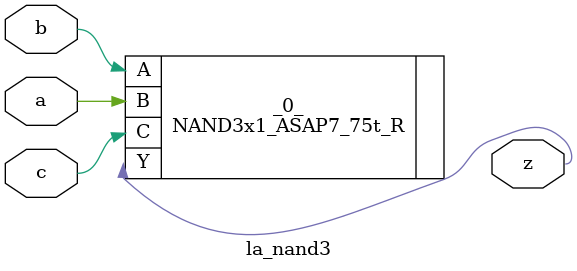
<source format=v>

/* Generated by Yosys 0.37 (git sha1 a5c7f69ed, clang 14.0.0-1ubuntu1.1 -fPIC -Os) */

module la_nand3(a, b, c, z);
  input a;
  wire a;
  input b;
  wire b;
  input c;
  wire c;
  output z;
  wire z;
  NAND3x1_ASAP7_75t_R _0_ (
    .A(b),
    .B(a),
    .C(c),
    .Y(z)
  );
endmodule

</source>
